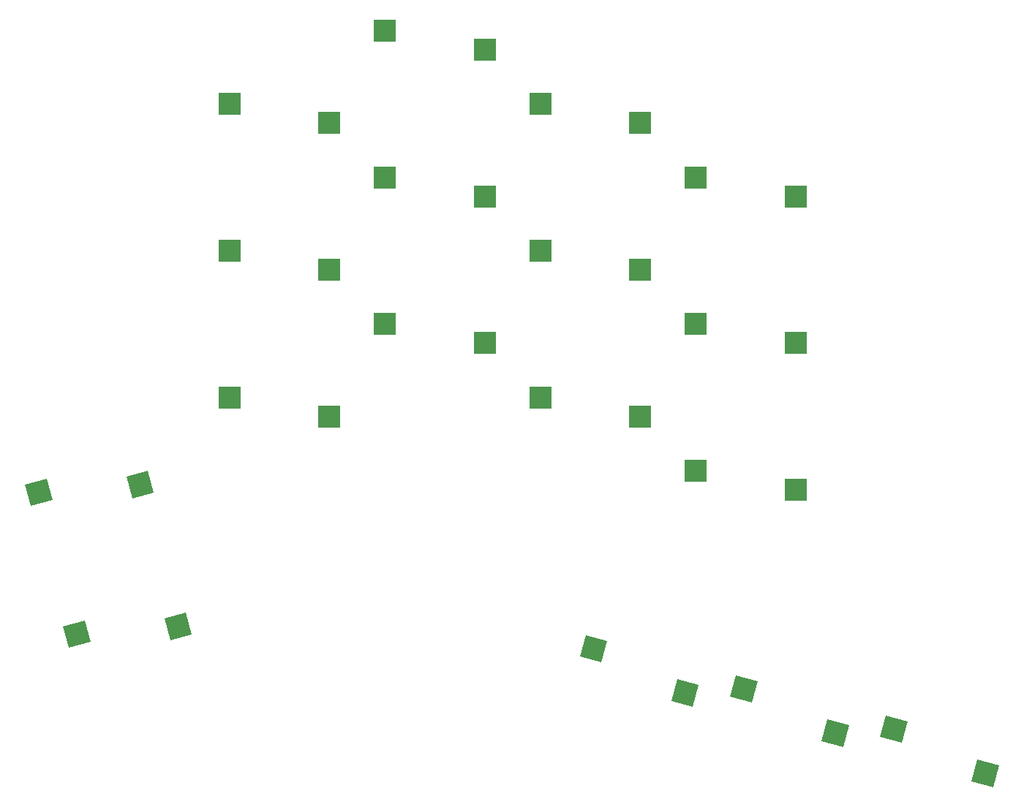
<source format=gbr>
%TF.GenerationSoftware,KiCad,Pcbnew,(5.1.9)-1*%
%TF.CreationDate,2021-04-26T16:03:13+02:00*%
%TF.ProjectId,sepia,73657069-612e-46b6-9963-61645f706362,VERSION_HERE*%
%TF.SameCoordinates,Original*%
%TF.FileFunction,Paste,Bot*%
%TF.FilePolarity,Positive*%
%FSLAX46Y46*%
G04 Gerber Fmt 4.6, Leading zero omitted, Abs format (unit mm)*
G04 Created by KiCad (PCBNEW (5.1.9)-1) date 2021-04-26 16:03:13*
%MOMM*%
%LPD*%
G01*
G04 APERTURE LIST*
%ADD10C,0.150000*%
%ADD11R,2.600000X2.600000*%
G04 APERTURE END LIST*
D10*
%TO.C,S1*%
G36*
X40982135Y-98433608D02*
G01*
X40309206Y-95922201D01*
X42820613Y-95249272D01*
X43493542Y-97760679D01*
X40982135Y-98433608D01*
G37*
G36*
X52707980Y-97569285D02*
G01*
X52035051Y-95057878D01*
X54546458Y-94384949D01*
X55219387Y-96896356D01*
X52707980Y-97569285D01*
G37*
%TD*%
%TO.C,S2*%
G36*
X36582211Y-82012869D02*
G01*
X35909282Y-79501462D01*
X38420689Y-78828533D01*
X39093618Y-81339940D01*
X36582211Y-82012869D01*
G37*
G36*
X48308056Y-81148546D02*
G01*
X47635127Y-78637139D01*
X50146534Y-77964210D01*
X50819463Y-80475617D01*
X48308056Y-81148546D01*
G37*
%TD*%
D11*
%TO.C,S3*%
X59563180Y-69441713D03*
X71113180Y-71641713D03*
%TD*%
%TO.C,S4*%
X59563180Y-52441713D03*
X71113180Y-54641713D03*
%TD*%
%TO.C,S5*%
X59563180Y-35441713D03*
X71113180Y-37641713D03*
%TD*%
%TO.C,S6*%
X77563180Y-60941713D03*
X89113180Y-63141713D03*
%TD*%
%TO.C,S7*%
X77563180Y-43941713D03*
X89113180Y-46141713D03*
%TD*%
%TO.C,S8*%
X77563180Y-26941713D03*
X89113180Y-29141713D03*
%TD*%
%TO.C,S9*%
X95563180Y-69441713D03*
X107113180Y-71641713D03*
%TD*%
%TO.C,S10*%
X95563180Y-52441713D03*
X107113180Y-54641713D03*
%TD*%
%TO.C,S11*%
X95563180Y-35441713D03*
X107113180Y-37641713D03*
%TD*%
%TO.C,S12*%
X113563180Y-77941713D03*
X125113180Y-80141713D03*
%TD*%
%TO.C,S13*%
X113563180Y-60941713D03*
X125113180Y-63141713D03*
%TD*%
%TO.C,S14*%
X113563180Y-43941713D03*
X125113180Y-46141713D03*
%TD*%
D10*
%TO.C,S15*%
G36*
X100122578Y-99466061D02*
G01*
X100795507Y-96954654D01*
X103306914Y-97627583D01*
X102633985Y-100138990D01*
X100122578Y-99466061D01*
G37*
G36*
X110709620Y-104580458D02*
G01*
X111382549Y-102069051D01*
X113893956Y-102741980D01*
X113221027Y-105253387D01*
X110709620Y-104580458D01*
G37*
%TD*%
%TO.C,S16*%
G36*
X117509243Y-104124804D02*
G01*
X118182172Y-101613397D01*
X120693579Y-102286326D01*
X120020650Y-104797733D01*
X117509243Y-104124804D01*
G37*
G36*
X128096285Y-109239201D02*
G01*
X128769214Y-106727794D01*
X131280621Y-107400723D01*
X130607692Y-109912130D01*
X128096285Y-109239201D01*
G37*
%TD*%
%TO.C,S17*%
G36*
X134895908Y-108783547D02*
G01*
X135568837Y-106272140D01*
X138080244Y-106945069D01*
X137407315Y-109456476D01*
X134895908Y-108783547D01*
G37*
G36*
X145482950Y-113897944D02*
G01*
X146155879Y-111386537D01*
X148667286Y-112059466D01*
X147994357Y-114570873D01*
X145482950Y-113897944D01*
G37*
%TD*%
M02*

</source>
